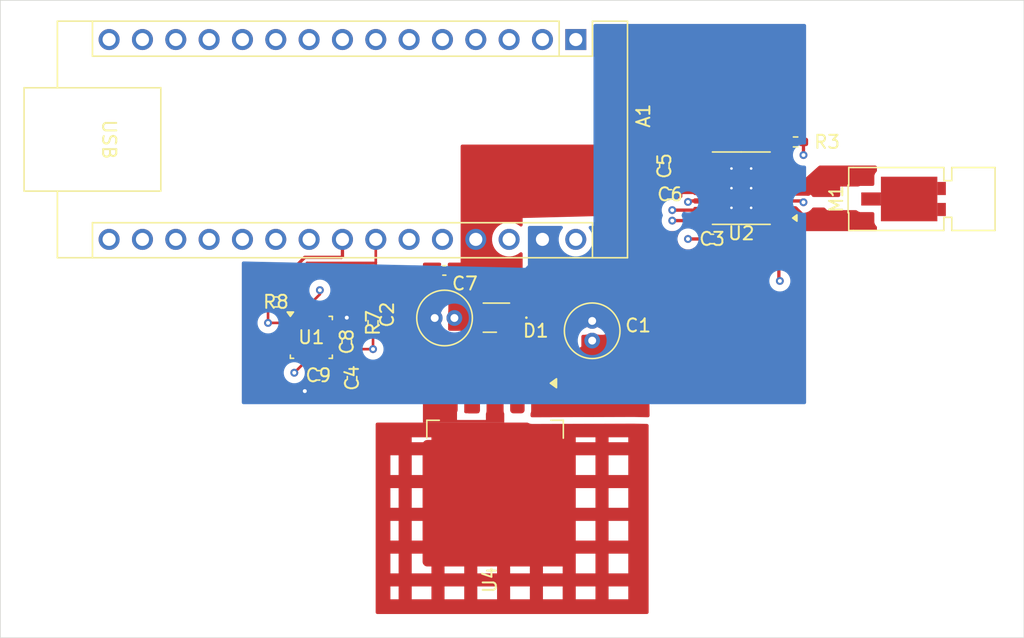
<source format=kicad_pcb>
(kicad_pcb (version 20241229) (generator "pcbnew") (generator_version "9.0")
  (layers (0 "F.Cu" signal) (4 "In1.Cu" signal) (6 "In2.Cu" signal) (2 "B.Cu" signal) (13 "F.Paste" user) (15 "B.Paste" user) (5 "F.SilkS" user "F.Silkscreen") (7 "B.SilkS" user "B.Silkscreen") (1 "F.Mask" user) (3 "B.Mask" user) (25 "Edge.Cuts" user))
  (net 0 "")
  (net 3 "Net-(A1-SCL{slash}A5)")
  (net 7 "Net-(A1-3V3)")
  (net 11 "Net-(A1-VUSB{slash}5V)")
  (net 20 "Net-(A1-A2)")
  (net 21 "Net-(A1-SDA{slash}A4)")
  (net 22 "Net-(A1-A1)")
  (net 23 "GND")
  (net 28 "Net-(A1-A0)")
  (net 30 "+28V")
  (net 31 "Net-(D1-K)")
  (net 32 "Net-(U2-VINT)")
  (net 33 "Net-(U2-VCP)")
  (net 34 "Net-(M1-+)")
  (net 35 "Net-(M1--)")
  (net 36 "Net-(U2-AISEN)")
  (net 42 "Net-(U1-REGOUT)")
  (footprint "Capacitor_SMD:C_0402_1005Metric_Pad0.74x0.62mm_HandSolder" (layer "F.Cu") (at 107.8325 50.6 180)
    (property "Reference" "C9" (at 0 0 0) (layer "F.SilkS"))
    (property "Value" "0.1 uF" (hide yes))
    (fp_line (start -0.115835 0.36) (end 0.115835 0.36) (stroke (width 0.12)) (layer "F.SilkS"))
    (fp_line (start -0.115835 -0.36) (end 0.115835 -0.36) (stroke (width 0.12)) (layer "F.SilkS"))
    (pad "1" smd roundrect (at -0.5675 0 180) (size 0.735 0.62) (layers "F.Cu" "F.Mask" "F.Paste") (net 42 "Net-(U1-REGOUT)"))
    (pad "2" smd roundrect (at 0.5675 0 180) (size 0.735 0.62) (layers "F.Cu" "F.Mask" "F.Paste") (net 23 "GND"))
  )
  (footprint "Resistor_SMD:R_0402_1005Metric_Pad0.72x0.64mm_HandSolder" (layer "F.Cu") (at 104.6025 45 180)
    (property "Reference" "R8" (at 0 0 0) (layer "F.SilkS"))
    (property "Value" "10k" (hide yes))
    (fp_line (start -0.167621 0.38) (end 0.167621 0.38) (stroke (width 0.12)) (layer "F.SilkS"))
    (fp_line (start -0.167621 -0.38) (end 0.167621 -0.38) (stroke (width 0.12)) (layer "F.SilkS"))
    (pad "1" smd roundrect (at -0.5975 0 180) (size 0.715 0.64) (layers "F.Cu" "F.Mask" "F.Paste") (net 21 "Net-(A1-SDA{slash}A4)"))
    (pad "2" smd roundrect (at 0.5975 0 180) (size 0.715 0.64) (layers "F.Cu" "F.Mask" "F.Paste") (net 7 "Net-(A1-3V3)"))
  )
  (footprint "Capacitor_THT:C_Radial_D4.0mm_H5.0mm_P1.50mm" (layer "F.Cu") (at 128.7 47.95 90)
    (property "Reference" "C1" (at 1.15 3.5 180) (layer "F.SilkS"))
    (property "Value" "470 uF")
    (fp_circle (center 0.75 0) (end 2.87 0) (stroke (width 0.12)) (fill no) (layer "F.SilkS"))
    (pad "1" thru_hole circle (at 0 0 90) (size 1.2 1.2) (drill 0.6) (layers "*.Cu" "*.Mask") (net 30 "+28V"))
    (pad "2" thru_hole circle (at 1.5 0 90) (size 1.2 1.2) (drill 0.6) (layers "*.Cu" "*.Mask") (net 23 "GND"))
  )
  (footprint "Diode_SMD:D_0201_0603Metric" (layer "F.Cu") (at 124.545 46.2)
    (property "Reference" "D1" (at -0.145 1 180) (layer "F.SilkS"))
    (property "Value" "1N5820")
    (fp_circle (center -0.86 0) (end -0.81 0) (stroke (width 0.1)) (fill no) (layer "F.SilkS"))
    (pad "1" smd roundrect (at -0.32 0) (size 0.46 0.4) (layers "F.Cu" "F.Mask") (net 31 "Net-(D1-K)"))
    (pad "2" smd roundrect (at 0.32 0) (size 0.46 0.4) (layers "F.Cu" "F.Mask") (net 23 "GND"))
  )
  (footprint "Package_SO:HTSSOP-16-1EP_4.4x5mm_P0.65mm_EP3.4x5mm_Mask2.46x2.31mm_ThermalVias" (layer "F.Cu") (at 140.0625 36.325 180)
    (property "Reference" "U2" (at 0 -3.45 0) (layer "F.SilkS"))
    (property "Value" "DRV8833PWP")
    (fp_line (start 0 2.76) (end 2.2 2.76) (stroke (width 0.12)) (layer "F.SilkS"))
    (fp_line (start 0 2.76) (end -2.2 2.76) (stroke (width 0.12)) (layer "F.SilkS"))
    (fp_line (start 0 -2.76) (end 2.2 -2.76) (stroke (width 0.12)) (layer "F.SilkS"))
    (fp_line (start 0 -2.76) (end -2.2 -2.76) (stroke (width 0.12)) (layer "F.SilkS"))
    (fp_poly (pts (xy -3.91 -2.275) (xy -4.24 -2.035) (xy -4.24 -2.515)) (stroke (width 0.12)) (fill yes) (layer "F.SilkS"))
    (pad "1" smd roundrect (at -2.8625 -2.275 180) (size 1.575 0.4) (layers "F.Cu" "F.Mask" "F.Paste") (net 28 "Net-(A1-A0)"))
    (pad "2" smd roundrect (at -2.8625 -1.625 180) (size 1.575 0.4) (layers "F.Cu" "F.Mask" "F.Paste") (net 34 "Net-(M1-+)"))
    (pad "3" smd roundrect (at -2.8625 -0.975 180) (size 1.575 0.4) (layers "F.Cu" "F.Mask" "F.Paste") (net 36 "Net-(U2-AISEN)"))
    (pad "4" smd roundrect (at -2.8625 -0.325 180) (size 1.575 0.4) (layers "F.Cu" "F.Mask" "F.Paste") (net 35 "Net-(M1--)"))
    (pad "5" smd roundrect (at -2.8625 0.325 180) (size 1.575 0.4) (layers "F.Cu" "F.Mask" "F.Paste"))
    (pad "6" smd roundrect (at -2.8625 0.975 180) (size 1.575 0.4) (layers "F.Cu" "F.Mask" "F.Paste"))
    (pad "7" smd roundrect (at -2.8625 1.625 180) (size 1.575 0.4) (layers "F.Cu" "F.Mask" "F.Paste"))
    (pad "8" smd roundrect (at -2.8625 2.275 180) (size 1.575 0.4) (layers "F.Cu" "F.Mask" "F.Paste"))
    (pad "9" smd roundrect (at 2.8625 2.275 180) (size 1.575 0.4) (layers "F.Cu" "F.Mask" "F.Paste"))
    (pad "10" smd roundrect (at 2.8625 1.625 180) (size 1.575 0.4) (layers "F.Cu" "F.Mask" "F.Paste"))
    (pad "11" smd roundrect (at 2.8625 0.975 180) (size 1.575 0.4) (layers "F.Cu" "F.Mask" "F.Paste") (net 33 "Net-(U2-VCP)"))
    (pad "12" smd roundrect (at 2.8625 0.325 180) (size 1.575 0.4) (layers "F.Cu" "F.Mask" "F.Paste") (net 11 "Net-(A1-VUSB{slash}5V)"))
    (pad "13" smd roundrect (at 2.8625 -0.325 180) (size 1.575 0.4) (layers "F.Cu" "F.Mask" "F.Paste") (net 23 "GND"))
    (pad "14" smd roundrect (at 2.8625 -0.975 180) (size 1.575 0.4) (layers "F.Cu" "F.Mask" "F.Paste") (net 32 "Net-(U2-VINT)"))
    (pad "15" smd roundrect (at 2.8625 -1.625 180) (size 1.575 0.4) (layers "F.Cu" "F.Mask" "F.Paste") (net 20 "Net-(A1-A2)"))
    (pad "16" smd roundrect (at 2.8625 -2.275 180) (size 1.575 0.4) (layers "F.Cu" "F.Mask" "F.Paste") (net 22 "Net-(A1-A1)"))
    (pad "17" thru_hole circle (at -0.75 -1.5 180) (size 0.5 0.5) (drill 0.2) (property pad_prop_heatsink) (layers "*.Cu") (net 23 "GND"))
    (pad "17" thru_hole circle (at -0.75 0 180) (size 0.5 0.5) (drill 0.2) (property pad_prop_heatsink) (layers "*.Cu") (net 23 "GND"))
    (pad "17" thru_hole circle (at -0.75 1.5 180) (size 0.5 0.5) (drill 0.2) (property pad_prop_heatsink) (layers "*.Cu") (net 23 "GND"))
    (pad "17" smd rect (at 0 0 180) (size 2 3.5) (property pad_prop_heatsink) (layers "B.Cu") (net 23 "GND"))
    (pad "17" smd rect (at 0 0 180) (size 3.4 5) (property pad_prop_heatsink) (layers "F.Cu") (net 23 "GND"))
    (pad "17" thru_hole circle (at 0.75 -1.5 180) (size 0.5 0.5) (drill 0.2) (property pad_prop_heatsink) (layers "*.Cu") (net 23 "GND"))
    (pad "17" thru_hole circle (at 0.75 0 180) (size 0.5 0.5) (drill 0.2) (property pad_prop_heatsink) (layers "*.Cu") (net 23 "GND"))
    (pad "17" thru_hole circle (at 0.75 1.5 180) (size 0.5 0.5) (drill 0.2) (property pad_prop_heatsink) (layers "*.Cu") (net 23 "GND"))
  )
  (footprint "Package_TO_SOT_SMD:TO-263-5_TabPin3" (layer "F.Cu") (at 121.3 58.85 -90)
    (property "Reference" "U4" (at 7.35 0.4 90) (layer "F.SilkS"))
    (property "Value" "LM2596S-5")
    (fp_line (start -4.825 5.2) (end -4.825 4.25) (stroke (width 0.12)) (layer "F.SilkS"))
    (fp_line (start -3.46 5.2) (end -4.825 5.2) (stroke (width 0.12)) (layer "F.SilkS"))
    (fp_line (start -4.825 -5.2) (end -4.825 -4.25) (stroke (width 0.12)) (layer "F.SilkS"))
    (fp_line (start -3.46 -5.2) (end -4.825 -5.2) (stroke (width 0.12)) (layer "F.SilkS"))
    (fp_poly (pts (xy -7.65 -4.21) (xy -7.99 -4.68) (xy -7.31 -4.68)) (stroke (width 0.12)) (fill yes) (layer "F.SilkS"))
    (pad "1" smd roundrect (at -7.65 -3.4 270) (size 4.6 1.1) (layers "F.Cu" "F.Mask" "F.Paste") (roundrect_rratio 0.227273) (net 30 "+28V"))
    (pad "2" smd roundrect (at -7.65 -1.7 270) (size 4.6 1.1) (layers "F.Cu" "F.Mask" "F.Paste") (roundrect_rratio 0.227273) (net 31 "Net-(D1-K)"))
    (pad "3" smd roundrect (at -7.65 0 270) (size 4.6 1.1) (layers "F.Cu" "F.Mask" "F.Paste") (roundrect_rratio 0.227273) (net 23 "GND"))
    (pad "3" smd roundrect (at 1.5 0 270) (size 9.4 10.8) (layers "F.Cu" "F.Mask") (roundrect_rratio 0.026596) (net 23 "GND"))
    (pad "4" smd roundrect (at -7.65 1.7 270) (size 4.6 1.1) (layers "F.Cu" "F.Mask" "F.Paste") (roundrect_rratio 0.227273) (net 11 "Net-(A1-VUSB{slash}5V)"))
    (pad "5" smd roundrect (at -7.65 3.4 270) (size 4.6 1.1) (layers "F.Cu" "F.Mask" "F.Paste") (roundrect_rratio 0.227273) (net 23 "GND"))
  )
  (footprint "Resistor_SMD:R_0402_1005Metric_Pad0.72x0.64mm_HandSolder" (layer "F.Cu") (at 144.2 32.8 180)
    (property "Reference" "R3" (at -2.4 0 0) (layer "F.SilkS"))
    (property "Value" "200 m")
    (fp_line (start -0.167621 0.38) (end 0.167621 0.38) (stroke (width 0.12)) (layer "F.SilkS"))
    (fp_line (start -0.167621 -0.38) (end 0.167621 -0.38) (stroke (width 0.12)) (layer "F.SilkS"))
    (pad "1" smd roundrect (at -0.5975 0 180) (size 0.715 0.64) (layers "F.Cu" "F.Mask" "F.Paste") (net 36 "Net-(U2-AISEN)"))
    (pad "2" smd roundrect (at 0.5975 0 180) (size 0.715 0.64) (layers "F.Cu" "F.Mask" "F.Paste") (net 23 "GND"))
  )
  (footprint "Sensor_Motion:InvenSense_QFN-24_3x3mm_P0.4mm" (layer "F.Cu") (at 107.3 47.7)
    (property "Reference" "U1" (at 0 0 0) (layer "F.SilkS"))
    (property "Value" "MPU-9250")
    (fp_line (start -1.6 1.6) (end -1.6 1.35) (stroke (width 0.12)) (layer "F.SilkS"))
    (fp_line (start -1.6 1.6) (end -1.35 1.6) (stroke (width 0.12)) (layer "F.SilkS"))
    (fp_line (start 1.6 -1.6) (end 1.35 -1.6) (stroke (width 0.12)) (layer "F.SilkS"))
    (fp_line (start 1.6 -1.6) (end 1.6 -1.35) (stroke (width 0.12)) (layer "F.SilkS"))
    (fp_line (start 1.6 1.6) (end 1.35 1.6) (stroke (width 0.12)) (layer "F.SilkS"))
    (fp_line (start 1.6 1.6) (end 1.6 1.35) (stroke (width 0.12)) (layer "F.SilkS"))
    (fp_poly (pts (xy -1.6 -1.6) (xy -1.84 -1.93) (xy -1.36 -1.93) (xy -1.6 -1.6)) (stroke (width 0.12)) (fill yes) (layer "F.SilkS"))
    (pad "1" smd roundrect (at -1.5 -1) (size 0.55 0.2) (layers "F.Cu" "F.Mask" "F.Paste") (net 7 "Net-(A1-3V3)"))
    (pad "2" smd roundrect (at -1.5 -0.6) (size 0.55 0.2) (layers "F.Cu" "F.Mask" "F.Paste"))
    (pad "3" smd roundrect (at -1.5 -0.2) (size 0.55 0.2) (layers "F.Cu" "F.Mask" "F.Paste"))
    (pad "4" smd roundrect (at -1.5 0.2) (size 0.55 0.2) (layers "F.Cu" "F.Mask" "F.Paste"))
    (pad "5" smd roundrect (at -1.5 0.6) (size 0.55 0.2) (layers "F.Cu" "F.Mask" "F.Paste"))
    (pad "6" smd roundrect (at -1.5 1) (size 0.55 0.2) (layers "F.Cu" "F.Mask" "F.Paste"))
    (pad "7" smd roundrect (at -1 1.5 90) (size 0.55 0.2) (layers "F.Cu" "F.Mask" "F.Paste"))
    (pad "8" smd roundrect (at -0.6 1.5 90) (size 0.55 0.2) (layers "F.Cu" "F.Mask" "F.Paste") (net 7 "Net-(A1-3V3)"))
    (pad "9" smd roundrect (at -0.2 1.5 90) (size 0.55 0.2) (layers "F.Cu" "F.Mask" "F.Paste") (net 23 "GND"))
    (pad "10" smd roundrect (at 0.2 1.5 90) (size 0.55 0.2) (layers "F.Cu" "F.Mask" "F.Paste") (net 42 "Net-(U1-REGOUT)"))
    (pad "11" smd roundrect (at 0.6 1.5 90) (size 0.55 0.2) (layers "F.Cu" "F.Mask" "F.Paste"))
    (pad "12" smd roundrect (at 1 1.5 90) (size 0.55 0.2) (layers "F.Cu" "F.Mask" "F.Paste"))
    (pad "13" smd roundrect (at 1.5 1) (size 0.55 0.2) (layers "F.Cu" "F.Mask" "F.Paste") (net 7 "Net-(A1-3V3)"))
    (pad "14" smd roundrect (at 1.5 0.6) (size 0.55 0.2) (layers "F.Cu" "F.Mask" "F.Paste"))
    (pad "15" smd roundrect (at 1.5 0.2) (size 0.55 0.2) (layers "F.Cu" "F.Mask" "F.Paste"))
    (pad "16" smd roundrect (at 1.5 -0.2) (size 0.55 0.2) (layers "F.Cu" "F.Mask" "F.Paste"))
    (pad "17" smd roundrect (at 1.5 -0.6) (size 0.55 0.2) (layers "F.Cu" "F.Mask" "F.Paste"))
    (pad "18" smd roundrect (at 1.5 -1) (size 0.55 0.2) (layers "F.Cu" "F.Mask" "F.Paste") (net 23 "GND"))
    (pad "19" smd roundrect (at 1 -1.5 90) (size 0.55 0.2) (layers "F.Cu" "F.Mask" "F.Paste"))
    (pad "20" smd roundrect (at 0.6 -1.5 90) (size 0.55 0.2) (layers "F.Cu" "F.Mask" "F.Paste") (net 23 "GND"))
    (pad "21" smd roundrect (at 0.2 -1.5 90) (size 0.55 0.2) (layers "F.Cu" "F.Mask" "F.Paste"))
    (pad "22" smd roundrect (at -0.2 -1.5 90) (size 0.55 0.2) (layers "F.Cu" "F.Mask" "F.Paste") (net 7 "Net-(A1-3V3)"))
    (pad "23" smd roundrect (at -0.6 -1.5 90) (size 0.55 0.2) (layers "F.Cu" "F.Mask" "F.Paste") (net 3 "Net-(A1-SCL{slash}A5)"))
    (pad "24" smd roundrect (at -1 -1.5 90) (size 0.55 0.2) (layers "F.Cu" "F.Mask" "F.Paste") (net 21 "Net-(A1-SDA{slash}A4)"))
    (zone (net 0) (net_name "") (layer "F.Cu") (connect_pads (clearance 0)) (min_thickness 0.254)
      (keepout (tracks not_allowed) (vias not_allowed) (pads not_allowed) (copperpour not_allowed) (footprints allowed))
      (fill (thermal_gap 0.508) (thermal_bridge_width 0.508))
      (polygon (pts (xy 106.425 46.905) (xy 108.175 46.905) (xy 108.175 48.495) (xy 106.425 48.495)))
    )
  )
  (footprint "Motors:Vybronics_VZ30C1T8219732L" (layer "F.Cu") (at 153.8 37.15 90)
    (property "Reference" "M1" (at 0 -6.5 90) (layer "F.SilkS"))
    (property "Value" "Motor_DC")
    (fp_line (start 1.05 -5.6) (end 1.05 -5.55) (stroke (width 0.12)) (layer "F.SilkS"))
    (fp_line (start -1.05 -5.6) (end 1.05 -5.6) (stroke (width 0.12)) (layer "F.SilkS"))
    (fp_line (start 2.4 -5.55) (end 2.4 -5.2) (stroke (width 0.12)) (layer "F.SilkS"))
    (fp_line (start 1.05 -5.55) (end 2.4 -5.55) (stroke (width 0.12)) (layer "F.SilkS"))
    (fp_line (start -1.05 -5.55) (end -1.05 -5.6) (stroke (width 0.12)) (layer "F.SilkS"))
    (fp_line (start -2.4 -5.55) (end -1.05 -5.55) (stroke (width 0.12)) (layer "F.SilkS"))
    (fp_line (start 2.4 -5.2) (end 2.4 1.7) (stroke (width 0.12)) (layer "F.SilkS"))
    (fp_line (start -2.4 -5.2) (end -2.4 -5.55) (stroke (width 0.12)) (layer "F.SilkS"))
    (fp_line (start 2.4 1.7) (end 1.4 1.7) (stroke (width 0.12)) (layer "F.SilkS"))
    (fp_line (start 1.4 1.7) (end 1.4 2.3) (stroke (width 0.12)) (layer "F.SilkS"))
    (fp_line (start -1.4 1.7) (end -2.4 1.7) (stroke (width 0.12)) (layer "F.SilkS"))
    (fp_line (start -2.4 1.7) (end -2.4 -5.2) (stroke (width 0.12)) (layer "F.SilkS"))
    (fp_line (start 2.4 2.3) (end 2.4 5.6) (stroke (width 0.12)) (layer "F.SilkS"))
    (fp_line (start 1.4 2.3) (end 2.4 2.3) (stroke (width 0.12)) (layer "F.SilkS"))
    (fp_line (start -1.4 2.3) (end -1.4 1.7) (stroke (width 0.12)) (layer "F.SilkS"))
    (fp_line (start -2.4 2.3) (end -1.4 2.3) (stroke (width 0.12)) (layer "F.SilkS"))
    (fp_line (start 2.4 5.6) (end -2.4 5.6) (stroke (width 0.12)) (layer "F.SilkS"))
    (fp_line (start -2.4 5.6) (end -2.4 2.3) (stroke (width 0.12)) (layer "F.SilkS"))
    (pad "1" smd rect (at -1.65 -4.35) (size 1.3 1.1) (layers "F.Cu" "F.Mask" "F.Paste") (net 34 "Net-(M1-+)"))
    (pad "2" smd rect (at 1.65 -4.35) (size 1.3 1.1) (layers "F.Cu" "F.Mask" "F.Paste") (net 35 "Net-(M1--)"))
    (pad "SH" smd rect (at -0.8 1.525 90) (size 1 0.65) (layers "F.Cu" "F.Mask" "F.Paste"))
    (pad "SH" smd rect (at 0 -3.85) (size 1.5 1) (layers "F.Cu" "F.Mask" "F.Paste"))
    (pad "SH" smd rect (at 0 -0.95) (size 4.3 3.4) (layers "F.Cu" "F.Mask"))
    (pad "SH" smd rect (at 0.8 1.525 90) (size 1 0.65) (layers "F.Cu" "F.Mask" "F.Paste"))
  )
  (footprint "Inductor_SMD_Wurth:L_Wurth_WE-LQSH-2010" (layer "F.Cu") (at 121.4 46.2 180)
    (property "Reference" "L1" (hide yes))
    (property "Value" "33 uH")
    (fp_line (start 0 -1.11) (end 1 -1.11) (stroke (width 0.12)) (layer "F.SilkS"))
    (fp_line (start -1 1.11) (end 1 1.11) (stroke (width 0.12)) (layer "F.SilkS"))
    (pad "1" smd rect (at -0.8 0 180) (size 0.8 1.7) (layers "F.Cu" "F.Mask" "F.Paste") (net 31 "Net-(D1-K)"))
    (pad "2" smd rect (at 0.8 0 180) (size 0.8 1.7) (layers "F.Cu" "F.Mask" "F.Paste") (net 11 "Net-(A1-VUSB{slash}5V)"))
  )
  (footprint "Capacitor_THT:C_Radial_D4.0mm_H5.0mm_P1.50mm" (layer "F.Cu") (at 116.7 46.225)
    (property "Reference" "C2" (at -3.625 -0.25 90) (layer "F.SilkS"))
    (property "Value" "330 uF")
    (fp_circle (center 0.75 0) (end 2.87 0) (stroke (width 0.12)) (fill no) (layer "F.SilkS"))
    (pad "1" thru_hole circle (at 0 0) (size 1.2 1.2) (drill 0.6) (layers "*.Cu" "*.Mask") (net 23 "GND"))
    (pad "2" thru_hole circle (at 1.5 0) (size 1.2 1.2) (drill 0.6) (layers "*.Cu" "*.Mask") (net 11 "Net-(A1-VUSB{slash}5V)"))
  )
  (footprint "Capacitor_SMD:C_0402_1005Metric_Pad0.74x0.62mm_HandSolder" (layer "F.Cu") (at 134.2 34.6325 -90)
    (property "Reference" "C5" (at 0 0 90) (layer "F.SilkS"))
    (property "Value" "0.01 uF" (hide yes))
    (fp_line (start -0.115835 0.36) (end 0.115835 0.36) (stroke (width 0.12)) (layer "F.SilkS"))
    (fp_line (start -0.115835 -0.36) (end 0.115835 -0.36) (stroke (width 0.12)) (layer "F.SilkS"))
    (pad "1" smd roundrect (at -0.5675 0 270) (size 0.735 0.62) (layers "F.Cu" "F.Mask" "F.Paste") (net 33 "Net-(U2-VCP)"))
    (pad "2" smd roundrect (at 0.5675 0 270) (size 0.735 0.62) (layers "F.Cu" "F.Mask" "F.Paste") (net 11 "Net-(A1-VUSB{slash}5V)"))
  )
  (footprint "Capacitor_SMD:C_0402_1005Metric_Pad0.74x0.62mm_HandSolder" (layer "F.Cu") (at 117.4325 42.6 180)
    (property "Reference" "C7" (at -1.5675 -1 0) (layer "F.SilkS"))
    (property "Value" "10 uF")
    (fp_line (start -0.115835 0.36) (end 0.115835 0.36) (stroke (width 0.12)) (layer "F.SilkS"))
    (fp_line (start -0.115835 -0.36) (end 0.115835 -0.36) (stroke (width 0.12)) (layer "F.SilkS"))
    (pad "1" smd roundrect (at -0.5675 0 180) (size 0.735 0.62) (layers "F.Cu" "F.Mask" "F.Paste") (net 11 "Net-(A1-VUSB{slash}5V)"))
    (pad "2" smd roundrect (at 0.5675 0 180) (size 0.735 0.62) (layers "F.Cu" "F.Mask" "F.Paste") (net 23 "GND"))
  )
  (footprint "Capacitor_SMD:C_0402_1005Metric_Pad0.74x0.62mm_HandSolder" (layer "F.Cu") (at 134.6325 36.8)
    (property "Reference" "C6" (at 0 0 0) (layer "F.SilkS"))
    (property "Value" "10 uF" (hide yes))
    (fp_line (start -0.115835 -0.36) (end 0.115835 -0.36) (stroke (width 0.12)) (layer "F.SilkS"))
    (fp_line (start -0.115835 0.36) (end 0.115835 0.36) (stroke (width 0.12)) (layer "F.SilkS"))
    (pad "1" smd roundrect (at -0.5675 0) (size 0.735 0.62) (layers "F.Cu" "F.Mask" "F.Paste") (net 11 "Net-(A1-VUSB{slash}5V)"))
    (pad "2" smd roundrect (at 0.5675 0) (size 0.735 0.62) (layers "F.Cu" "F.Mask" "F.Paste") (net 23 "GND"))
  )
  (footprint "Capacitor_SMD:C_0402_1005Metric_Pad0.74x0.62mm_HandSolder" (layer "F.Cu") (at 110.4 50.8 -90)
    (property "Reference" "C4" (at 0 0 90) (layer "F.SilkS"))
    (property "Value" "0.1 uF")
    (fp_line (start -0.115835 0.36) (end 0.115835 0.36) (stroke (width 0.12)) (layer "F.SilkS"))
    (fp_line (start -0.115835 -0.36) (end 0.115835 -0.36) (stroke (width 0.12)) (layer "F.SilkS"))
    (pad "1" smd roundrect (at -0.5675 0 270) (size 0.735 0.62) (layers "F.Cu" "F.Mask" "F.Paste") (net 7 "Net-(A1-3V3)"))
    (pad "2" smd roundrect (at 0.5675 0 270) (size 0.735 0.62) (layers "F.Cu" "F.Mask" "F.Paste") (net 23 "GND"))
  )
  (footprint "Module:Arduino_Nano" (layer "F.Cu") (at 127.45 24.99 -90)
    (property "Reference" "A1" (at 5.81 -5.15 90) (layer "F.SilkS"))
    (property "Value" "Arduino_Nano_ESP32")
    (fp_line (start 3.68 42.04) (end 3.68 31.62) (stroke (width 0.12)) (layer "F.SilkS"))
    (fp_line (start 11.56 42.04) (end 3.68 42.04) (stroke (width 0.12)) (layer "F.SilkS"))
    (fp_line (start -1.4 39.5) (end 3.68 39.5) (stroke (width 0.12)) (layer "F.SilkS"))
    (fp_line (start 16.64 39.5) (end 11.56 39.5) (stroke (width 0.12)) (layer "F.SilkS"))
    (fp_line (start 16.64 39.5) (end 16.64 -3.94) (stroke (width 0.12)) (layer "F.SilkS"))
    (fp_line (start 1.27 36.83) (end -1.4 36.83) (stroke (width 0.12)) (layer "F.SilkS"))
    (fp_line (start 13.97 36.83) (end 16.64 36.83) (stroke (width 0.12)) (layer "F.SilkS"))
    (fp_line (start 3.68 31.62) (end 11.56 31.62) (stroke (width 0.12)) (layer "F.SilkS"))
    (fp_line (start 11.56 31.62) (end 11.56 42.04) (stroke (width 0.12)) (layer "F.SilkS"))
    (fp_line (start -1.4 1.27) (end -1.4 39.5) (stroke (width 0.12)) (layer "F.SilkS"))
    (fp_line (start 1.27 1.27) (end 1.27 36.83) (stroke (width 0.12)) (layer "F.SilkS"))
    (fp_line (start 1.27 1.27) (end -1.4 1.27) (stroke (width 0.12)) (layer "F.SilkS"))
    (fp_line (start 1.27 1.27) (end 1.27 -1.27) (stroke (width 0.12)) (layer "F.SilkS"))
    (fp_line (start 1.27 -1.27) (end -1.4 -1.27) (stroke (width 0.12)) (layer "F.SilkS"))
    (fp_line (start 13.97 -1.27) (end 13.97 36.83) (stroke (width 0.12)) (layer "F.SilkS"))
    (fp_line (start 13.97 -1.27) (end 16.64 -1.27) (stroke (width 0.12)) (layer "F.SilkS"))
    (fp_line (start -1.4 -3.94) (end -1.4 -1.27) (stroke (width 0.12)) (layer "F.SilkS"))
    (fp_line (start 16.64 -3.94) (end -1.4 -3.94) (stroke (width 0.12)) (layer "F.SilkS"))
    (fp_text user "USB" (at 7.62 35.56 270) (layer "F.SilkS"))
    (pad "1" thru_hole rect (at 0 0 270) (size 1.6 1.6) (drill 1) (layers "*.Cu" "*.Mask"))
    (pad "2" thru_hole oval (at 0 2.54 270) (size 1.6 1.6) (drill 1) (layers "*.Cu" "*.Mask"))
    (pad "3" thru_hole oval (at 0 5.08 270) (size 1.6 1.6) (drill 1) (layers "*.Cu" "*.Mask"))
    (pad "4" thru_hole oval (at 0 7.62 270) (size 1.6 1.6) (drill 1) (layers "*.Cu" "*.Mask") (net 23 "GND"))
    (pad "5" thru_hole oval (at 0 10.16 270) (size 1.6 1.6) (drill 1) (layers "*.Cu" "*.Mask"))
    (pad "6" thru_hole oval (at 0 12.7 270) (size 1.6 1.6) (drill 1) (layers "*.Cu" "*.Mask"))
    (pad "7" thru_hole oval (at 0 15.24 270) (size 1.6 1.6) (drill 1) (layers "*.Cu" "*.Mask"))
    (pad "8" thru_hole oval (at 0 17.78 270) (size 1.6 1.6) (drill 1) (layers "*.Cu" "*.Mask"))
    (pad "9" thru_hole oval (at 0 20.32 270) (size 1.6 1.6) (drill 1) (layers "*.Cu" "*.Mask"))
    (pad "10" thru_hole oval (at 0 22.86 270) (size 1.6 1.6) (drill 1) (layers "*.Cu" "*.Mask"))
    (pad "11" thru_hole oval (at 0 25.4 270) (size 1.6 1.6) (drill 1) (layers "*.Cu" "*.Mask"))
    (pad "12" thru_hole oval (at 0 27.94 270) (size 1.6 1.6) (drill 1) (layers "*.Cu" "*.Mask"))
    (pad "13" thru_hole oval (at 0 30.48 270) (size 1.6 1.6) (drill 1) (layers "*.Cu" "*.Mask"))
    (pad "14" thru_hole oval (at 0 33.02 270) (size 1.6 1.6) (drill 1) (layers "*.Cu" "*.Mask"))
    (pad "15" thru_hole oval (at 0 35.56 270) (size 1.6 1.6) (drill 1) (layers "*.Cu" "*.Mask"))
    (pad "16" thru_hole oval (at 15.24 35.56 270) (size 1.6 1.6) (drill 1) (layers "*.Cu" "*.Mask"))
    (pad "17" thru_hole oval (at 15.24 33.02 270) (size 1.6 1.6) (drill 1) (layers "*.Cu" "*.Mask") (net 7 "Net-(A1-3V3)"))
    (pad "18" thru_hole oval (at 15.24 30.48 270) (size 1.6 1.6) (drill 1) (layers "*.Cu" "*.Mask"))
    (pad "19" thru_hole oval (at 15.24 27.94 270) (size 1.6 1.6) (drill 1) (layers "*.Cu" "*.Mask") (net 28 "Net-(A1-A0)"))
    (pad "20" thru_hole oval (at 15.24 25.4 270) (size 1.6 1.6) (drill 1) (layers "*.Cu" "*.Mask") (net 22 "Net-(A1-A1)"))
    (pad "21" thru_hole oval (at 15.24 22.86 270) (size 1.6 1.6) (drill 1) (layers "*.Cu" "*.Mask") (net 20 "Net-(A1-A2)"))
    (pad "22" thru_hole oval (at 15.24 20.32 270) (size 1.6 1.6) (drill 1) (layers "*.Cu" "*.Mask"))
    (pad "23" thru_hole oval (at 15.24 17.78 270) (size 1.6 1.6) (drill 1) (layers "*.Cu" "*.Mask") (net 21 "Net-(A1-SDA{slash}A4)"))
    (pad "24" thru_hole oval (at 15.24 15.24 270) (size 1.6 1.6) (drill 1) (layers "*.Cu" "*.Mask") (net 3 "Net-(A1-SCL{slash}A5)"))
    (pad "25" thru_hole oval (at 15.24 12.7 270) (size 1.6 1.6) (drill 1) (layers "*.Cu" "*.Mask"))
    (pad "26" thru_hole oval (at 15.24 10.16 270) (size 1.6 1.6) (drill 1) (layers "*.Cu" "*.Mask"))
    (pad "27" thru_hole oval (at 15.24 7.62 270) (size 1.6 1.6) (drill 1) (layers "*.Cu" "*.Mask") (net 11 "Net-(A1-VUSB{slash}5V)"))
    (pad "28" thru_hole oval (at 15.24 5.08 270) (size 1.6 1.6) (drill 1) (layers "*.Cu" "*.Mask"))
    (pad "29" thru_hole oval (at 15.24 2.54 270) (size 1.6 1.6) (drill 1) (layers "*.Cu" "*.Mask") (net 23 "GND"))
    (pad "30" thru_hole oval (at 15.24 0 270) (size 1.6 1.6) (drill 1) (layers "*.Cu" "*.Mask"))
  )
  (footprint "Resistor_SMD:R_0402_1005Metric_Pad0.72x0.64mm_HandSolder" (layer "F.Cu") (at 112 46.5975 90)
    (property "Reference" "R7" (at 0 0 90) (layer "F.SilkS"))
    (property "Value" "10k" (hide yes))
    (fp_line (start -0.167621 -0.38) (end 0.167621 -0.38) (stroke (width 0.12)) (layer "F.SilkS"))
    (fp_line (start -0.167621 0.38) (end 0.167621 0.38) (stroke (width 0.12)) (layer "F.SilkS"))
    (pad "1" smd roundrect (at -0.5975 0 90) (size 0.715 0.64) (layers "F.Cu" "F.Mask" "F.Paste") (net 7 "Net-(A1-3V3)"))
    (pad "2" smd roundrect (at 0.5975 0 90) (size 0.715 0.64) (layers "F.Cu" "F.Mask" "F.Paste") (net 3 "Net-(A1-SCL{slash}A5)"))
  )
  (footprint "Capacitor_SMD:C_0402_1005Metric_Pad0.74x0.62mm_HandSolder" (layer "F.Cu") (at 137.8325 40.2)
    (property "Reference" "C3" (at 0 0 0) (layer "F.SilkS"))
    (property "Value" "2.2 uF" (hide yes))
    (fp_line (start -0.115835 -0.36) (end 0.115835 -0.36) (stroke (width 0.12)) (layer "F.SilkS"))
    (fp_line (start -0.115835 0.36) (end 0.115835 0.36) (stroke (width 0.12)) (layer "F.SilkS"))
    (pad "1" smd roundrect (at -0.5675 0) (size 0.735 0.62) (layers "F.Cu" "F.Mask" "F.Paste") (net 32 "Net-(U2-VINT)"))
    (pad "2" smd roundrect (at 0.5675 0) (size 0.735 0.62) (layers "F.Cu" "F.Mask" "F.Paste") (net 23 "GND"))
  )
  (footprint "Capacitor_SMD:C_0402_1005Metric_Pad0.74x0.62mm_HandSolder" (layer "F.Cu") (at 110 48.0325 90)
    (property "Reference" "C8" (at 0 0 90) (layer "F.SilkS"))
    (property "Value" "10 nF" (hide yes))
    (fp_line (start -0.115835 -0.36) (end 0.115835 -0.36) (stroke (width 0.12)) (layer "F.SilkS"))
    (fp_line (start -0.115835 0.36) (end 0.115835 0.36) (stroke (width 0.12)) (layer "F.SilkS"))
    (pad "1" smd roundrect (at -0.5675 0 90) (size 0.735 0.62) (layers "F.Cu" "F.Mask" "F.Paste") (net 7 "Net-(A1-3V3)"))
    (pad "2" smd roundrect (at 0.5675 0 90) (size 0.735 0.62) (layers "F.Cu" "F.Mask" "F.Paste") (net 23 "GND"))
  )
  (gr_rect (start 83.6 22) (end 161.6 70.6) (stroke (width 0.05)) (fill no) (layer "Edge.Cuts"))
  (segment (start 106.8 42.202454) (end 106.976454 42.026) (width 0.2) (layer "F.Cu") (net 3))
  (segment (start 106.976454 42.026) (end 112.184 42.026) (width 0.2) (layer "F.Cu") (net 3))
  (segment (start 106.7 46.2) (end 106.7 45.1) (width 0.2) (layer "F.Cu") (net 3))
  (segment (start 112.184 42.026) (end 112.21 42) (width 0.2) (layer "F.Cu") (net 3))
  (segment (start 112.2 44.6) (end 112.2 45.8) (width 0.2) (layer "F.Cu") (net 3))
  (segment (start 112.21 40.23) (end 112.21 42) (width 0.2) (layer "F.Cu") (net 3))
  (segment (start 106.7 45.1) (end 106.8 45) (width 0.2) (layer "F.Cu") (net 3))
  (segment (start 112.2 45.8) (end 112 46) (width 0.2) (layer "F.Cu") (net 3))
  (segment (start 112.21 42) (end 112.21 44.59) (width 0.2) (layer "F.Cu") (net 3))
  (segment (start 106.8 45) (end 106.8 42.202454) (width 0.2) (layer "F.Cu") (net 3))
  (segment (start 106.7 49.2) (end 106.7 49.7) (width 0.2) (layer "F.Cu") (net 7))
  (segment (start 112 48.6) (end 110 48.6) (width 0.2) (layer "F.Cu") (net 7))
  (segment (start 107.9495 44.101) (end 107.9495 44.4176) (width 0.2) (layer "F.Cu") (net 7))
  (segment (start 104 46.6) (end 105.7 46.6) (width 0.2) (layer "F.Cu") (net 7))
  (segment (start 106.7 49.7) (end 106 50.4) (width 0.2) (layer "F.Cu") (net 7))
  (segment (start 104 46.6) (end 104 45.005) (width 0.2) (layer "F.Cu") (net 7))
  (segment (start 110 49.8325) (end 110.4 50.2325) (width 0.2) (layer "F.Cu") (net 7))
  (segment (start 105.7 46.6) (end 105.8 46.7) (width 0.2) (layer "F.Cu") (net 7))
  (segment (start 107.1 45.2671) (end 107.1 46.2) (width 0.2) (layer "F.Cu") (net 7))
  (segment (start 112 48.6) (end 112 47.195) (width 0.2) (layer "F.Cu") (net 7))
  (segment (start 110 48.6) (end 109.899 48.701) (width 0.2) (layer "F.Cu") (net 7))
  (segment (start 110 48.6) (end 110 49.8325) (width 0.2) (layer "F.Cu") (net 7))
  (segment (start 107.9495 44.4176) (end 107.1 45.2671) (width 0.2) (layer "F.Cu") (net 7))
  (segment (start 109.899 48.701) (end 108.8 48.701) (width 0.2) (layer "F.Cu") (net 7))
  (segment (start 104 45.005) (end 104.005 45) (width 0.2) (layer "F.Cu") (net 7))
  (via (at 106 50.4) (size 0.6) (drill 0.3) (layers "F.Cu" "B.Cu") (net 7))
  (via (at 112 48.6) (size 0.6) (drill 0.3) (layers "F.Cu" "B.Cu") (net 7))
  (via (at 107.9495 44.101) (size 0.6) (drill 0.3) (layers "F.Cu" "B.Cu") (net 7))
  (via (at 104 46.6) (size 0.6) (drill 0.3) (layers "F.Cu" "B.Cu") (net 7))
  (segment (start 137.2 36) (end 134.2 36) (width 0.5) (layer "F.Cu") (net 11))
  (segment (start 134.2 35.2) (end 134.2 36) (width 0.5) (layer "F.Cu") (net 11))
  (segment (start 132.2 35.2) (end 134.2 35.2) (width 0.5) (layer "F.Cu") (net 11))
  (segment (start 134.2 36) (end 134.2 36.665) (width 0.5) (layer "F.Cu") (net 11))
  (segment (start 134.065 36.8) (end 132.2 36.8) (width 0.5) (layer "F.Cu") (net 11))
  (segment (start 134.2 36.665) (end 134.065 36.8) (width 0.5) (layer "F.Cu") (net 11))
  (segment (start 134.8 38) (end 137.15 38) (width 0.25) (layer "F.Cu") (net 20))
  (segment (start 137.15 38) (end 137.2 37.95) (width 0.25) (layer "F.Cu") (net 20))
  (via (at 134.8 38) (size 0.6) (drill 0.3) (layers "F.Cu" "B.Cu") (net 20))
  (segment (start 109.67 41.53) (end 109.6 41.6) (width 0.25) (layer "F.Cu") (net 21))
  (segment (start 109.67 40.23) (end 109.67 41.53) (width 0.25) (layer "F.Cu") (net 21))
  (segment (start 106.3 42.1) (end 106.3 44.7) (width 0.25) (layer "F.Cu") (net 21))
  (segment (start 106.8 41.6) (end 106.3 42.1) (width 0.25) (layer "F.Cu") (net 21))
  (segment (start 109.6 41.6) (end 106.8 41.6) (width 0.25) (layer "F.Cu") (net 21))
  (segment (start 106.3 44.7) (end 106.3 46.2) (width 0.2) (layer "F.Cu") (net 21))
  (segment (start 106 45) (end 105.2 45) (width 0.2) (layer "F.Cu") (net 21))
  (segment (start 106.3 44.7) (end 106 45) (width 0.2) (layer "F.Cu") (net 21))
  (segment (start 134.8 38.8) (end 137 38.8) (width 0.25) (layer "F.Cu") (net 22))
  (segment (start 137 38.8) (end 137.2 38.6) (width 0.25) (layer "F.Cu") (net 22))
  (via (at 134.8 38.8) (size 0.6) (drill 0.3) (layers "F.Cu" "B.Cu") (net 22))
  (segment (start 110.4 51.3675) (end 107.2975 51.3675) (width 0.25) (layer "F.Cu") (net 23))
  (segment (start 110 46.6) (end 110 47.465) (width 0.2) (layer "F.Cu") (net 23))
  (segment (start 107.9 45.5) (end 108 45.4) (width 0.2) (layer "F.Cu") (net 23))
  (segment (start 107.9 46.2) (end 107.9 45.5) (width 0.2) (layer "F.Cu") (net 23))
  (segment (start 109.9 46.7) (end 110 46.6) (width 0.2) (layer "F.Cu") (net 23))
  (segment (start 108.8 46.7) (end 109.9 46.7) (width 0.2) (layer "F.Cu") (net 23))
  (segment (start 137.2 36.65) (end 139.7375 36.65) (width 0.25) (layer "F.Cu") (net 23))
  (segment (start 109.8 45.4) (end 110 45.6) (width 0.2) (layer "F.Cu") (net 23))
  (segment (start 128.45 46.2) (end 128.7 46.45) (width 0.4) (layer "F.Cu") (net 23))
  (segment (start 107.2975 51.3675) (end 107.265 51.335) (width 0.25) (layer "F.Cu") (net 23))
  (segment (start 135.35 36.65) (end 137.2 36.65) (width 0.25) (layer "F.Cu") (net 23))
  (segment (start 107.1 50.435) (end 107.265 50.6) (width 0.2) (layer "F.Cu") (net 23))
  (segment (start 139.7375 36.65) (end 140.0625 36.325) (width 0.25) (layer "F.Cu") (net 23))
  (segment (start 110 46.2) (end 110 46.6) (width 0.2) (layer "F.Cu") (net 23))
  (segment (start 110 45.6) (end 110 46.2) (width 0.2) (layer "F.Cu") (net 23))
  (segment (start 135.2 36.8) (end 135.35 36.65) (width 0.25) (layer "F.Cu") (net 23))
  (segment (start 107.265 51.335) (end 106.8 51.8) (width 0.2) (layer "F.Cu") (net 23))
  (segment (start 108 45.4) (end 109.8 45.4) (width 0.2) (layer "F.Cu") (net 23))
  (segment (start 107.1 49.2) (end 107.1 50.435) (width 0.2) (layer "F.Cu") (net 23))
  (segment (start 107.265 50.6) (end 107.265 51.335) (width 0.2) (layer "F.Cu") (net 23))
  (via (at 106.8 51.8) (size 0.6) (drill 0.3) (layers "F.Cu" "B.Cu") (net 23))
  (via (at 110 46.2) (size 0.6) (drill 0.3) (layers "F.Cu" "B.Cu") (net 23))
  (segment (start 143 43.4) (end 142.925 43.325) (width 0.25) (layer "F.Cu") (net 28))
  (segment (start 142.925 43.325) (end 142.925 38.6) (width 0.25) (layer "F.Cu") (net 28))
  (via (at 143 43.4) (size 0.6) (drill 0.3) (layers "F.Cu" "B.Cu") (net 28))
  (segment (start 136 40.2) (end 137.265 40.2) (width 0.25) (layer "F.Cu") (net 32))
  (segment (start 137.2 37.3) (end 136.075 37.3) (width 0.25) (layer "F.Cu") (net 32))
  (segment (start 136.075 37.3) (end 136 37.375) (width 0.25) (layer "F.Cu") (net 32))
  (via (at 136 40.2) (size 0.6) (drill 0.3) (layers "F.Cu" "B.Cu") (net 32))
  (via (at 136 37.375) (size 0.6) (drill 0.3) (layers "F.Cu" "B.Cu") (net 32))
  (segment (start 135.485 35.35) (end 137.2 35.35) (width 0.25) (layer "F.Cu") (net 33))
  (segment (start 134.2 34.065) (end 135.485 35.35) (width 0.25) (layer "F.Cu") (net 33))
  (segment (start 144.15 37.95) (end 144.8 38.6) (width 0.5) (layer "F.Cu") (net 34))
  (segment (start 142.925 37.95) (end 144.15 37.95) (width 0.5) (layer "F.Cu") (net 34))
  (segment (start 145.15 36.65) (end 145.6 36.2) (width 0.5) (layer "F.Cu") (net 35))
  (segment (start 142.925 36.65) (end 145.15 36.65) (width 0.5) (layer "F.Cu") (net 35))
  (segment (start 142.925 37.3) (end 144.7 37.3) (width 0.25) (layer "F.Cu") (net 36))
  (segment (start 144.7 37.3) (end 144.8 37.4) (width 0.25) (layer "F.Cu") (net 36))
  (segment (start 144.8 33.8) (end 144.8 32.8025) (width 0.25) (layer "F.Cu") (net 36))
  (segment (start 144.8 32.8025) (end 144.7975 32.8) (width 0.25) (layer "F.Cu") (net 36))
  (via (at 144.8 33.8) (size 0.6) (drill 0.3) (layers "F.Cu" "B.Cu") (net 36))
  (via (at 144.8 37.4) (size 0.6) (drill 0.3) (layers "F.Cu" "B.Cu") (net 36))
  (segment (start 107.5 49.7) (end 108.4 50.6) (width 0.2) (layer "F.Cu") (net 42))
  (segment (start 107.5 49.2) (end 107.5 49.7) (width 0.2) (layer "F.Cu") (net 42))
  (zone (net 23) (net_name "GND") (layer "F.Cu") (priority 4) (connect_pads yes (clearance 0.5)) (min_thickness 0.25) (fill yes (mode hatch) (thermal_gap 0.5) (thermal_bridge_width 0.5) (hatch_thickness 1) (hatch_gap 1.5) (hatch_orientation 0) (hatch_border_algorithm hatch_thickness) (hatch_min_hole_area 0.3))
    (polygon (pts (xy 112.2 54.2) (xy 133 54.2) (xy 133 68.8) (xy 112.2 68.8)))
  )
  (zone (net 34) (net_name "Net-(M1-+)") (layer "F.Cu") (priority 9) (connect_pads yes (clearance 0.5)) (min_thickness 0.25) (fill yes (thermal_gap 0.5) (thermal_bridge_width 0.5))
    (polygon (pts (xy 142 37.8) (xy 142 38.2) (xy 144.2 38.2) (xy 144.4 39.6) (xy 150.4 39.6) (xy 150.4 38) (xy 146.6 38) (xy 146.4 37.8)))
  )
  (zone (net 23) (net_name "GND") (layer "F.Cu") (priority 10) (connect_pads yes (clearance 0.5)) (min_thickness 0.25) (fill yes (thermal_gap 0.5) (thermal_bridge_width 0.5))
    (polygon (pts (xy 138.2 39.6) (xy 138.2 33.2) (xy 135 33.2) (xy 135 30) (xy 144 30) (xy 144 42.8) (xy 134.6 42.8) (xy 134.6 39.6)))
  )
  (zone (net 23) (net_name "GND") (layer "F.Cu") (priority 3) (connect_pads yes (clearance 0.5)) (min_thickness 0.25) (fill yes (thermal_gap 0.5) (thermal_bridge_width 0.5))
    (polygon (pts (xy 115.8 45.375) (xy 115.8 42) (xy 116.4 42) (xy 117.275 42) (xy 117.2 48.2) (xy 117.4 48.4) (xy 118 48.4) (xy 118.4 48.4) (xy 118.4 50.837493) (xy 118.4 54) (xy 120.6 54) (xy 120.6 48.8) (xy 122 48.8) (xy 122 54.4) (xy 115.8 54.4) (xy 115.8 48.6)))
  )
  (zone (net 31) (net_name "Net-(D1-K)") (layer "F.Cu") (priority 1) (connect_pads yes (clearance 0.5)) (min_thickness 0.25) (fill yes (thermal_gap 0.5) (thermal_bridge_width 0.5))
    (polygon (pts (xy 121.675 45.175) (xy 121.8 44.975) (xy 123.075 44.975) (xy 123.6 45.8) (xy 124.2 45.775) (xy 124.475 46) (xy 124.475 46.375) (xy 124.275 46.575) (xy 123.6 46.6) (xy 123.475 46.8) (xy 123.475 53.175) (xy 123.275 53.375) (xy 122.675 53.375) (xy 122.475 53.175) (xy 122.475 47.8) (xy 122.275 47.575) (xy 121.8 47.575) (xy 121.675 47.4)))
  )
  (zone (net 23) (net_name "GND") (layer "F.Cu") (priority 6) (connect_pads yes (clearance 0.5)) (min_thickness 0.25) (fill yes (thermal_gap 0.5) (thermal_bridge_width 0.5))
    (polygon (pts (xy 124.6 46.6) (xy 125.4 46.6) (xy 126.2 47) (xy 129.6 47) (xy 129.6 45.8) (xy 124.6 45.8)))
  )
  (zone (net 30) (net_name "+28V") (layer "F.Cu") (priority 5) (connect_pads yes (clearance 0.5)) (min_thickness 0.25) (fill yes (thermal_gap 0.5) (thermal_bridge_width 0.5))
    (polygon (pts (xy 124 53.8) (xy 124 53.4) (xy 124 49) (xy 124 48.6) (xy 127.6 48.6) (xy 127.875 48.4) (xy 127.875 47.975) (xy 127.875 47.175) (xy 128.7 47.2) (xy 132.075 47.2) (xy 133 47.2) (xy 133.075 53.8) (xy 131.875 53.775)))
  )
  (zone (net 11) (net_name "Net-(A1-VUSB{slash}5V)") (layer "F.Cu") (priority 2) (connect_pads yes (clearance 0.5)) (min_thickness 0.25) (fill yes (thermal_gap 0.5) (thermal_bridge_width 0.5))
    (polygon (pts (xy 120.275 53.6) (xy 118.968333 53.6) (xy 118.875 53.425) (xy 118.875 47.2) (xy 118.675 47.2) (xy 117.671458 47.2) (xy 117.627083 42) (xy 118 42) (xy 118.4 42) (xy 118.675 42) (xy 118.675 33) (xy 133.4 33) (xy 133.4 38.343589) (xy 123.4 38.6) (xy 123.4 44) (xy 121.2 44) (xy 121.2 48) (xy 120.875 48) (xy 120.475 48) (xy 120.275 48.2)))
  )
  (zone (net 35) (net_name "Net-(M1--)") (layer "F.Cu") (priority 8) (connect_pads yes (clearance 0.5)) (min_thickness 0.25) (fill yes (thermal_gap 0.5) (thermal_bridge_width 0.5))
    (polygon (pts (xy 142 36.4) (xy 142 37) (xy 147.6 37) (xy 147.6 36.2) (xy 150.4 36.2) (xy 150.4 34.6) (xy 146 34.6) (xy 144 36.4)))
  )
  (zone (net 23) (net_name "GND") (layer "B.Cu") (connect_pads yes (clearance 0.5)) (min_thickness 0.25) (fill yes (thermal_gap 0.5) (thermal_bridge_width 0.5))
    (polygon (pts (xy 123.8 39.2) (xy 124.2 39.2) (xy 125.6 39.2) (xy 126.2 39.2) (xy 128.8 39.2) (xy 128.8 23.8) (xy 145 23.8) (xy 145 52.8) (xy 102 52.8) (xy 102 41.909091) (xy 123.6 42.4) (xy 123.8 42.2) (xy 123.8 40.6)))
  )
)
</source>
